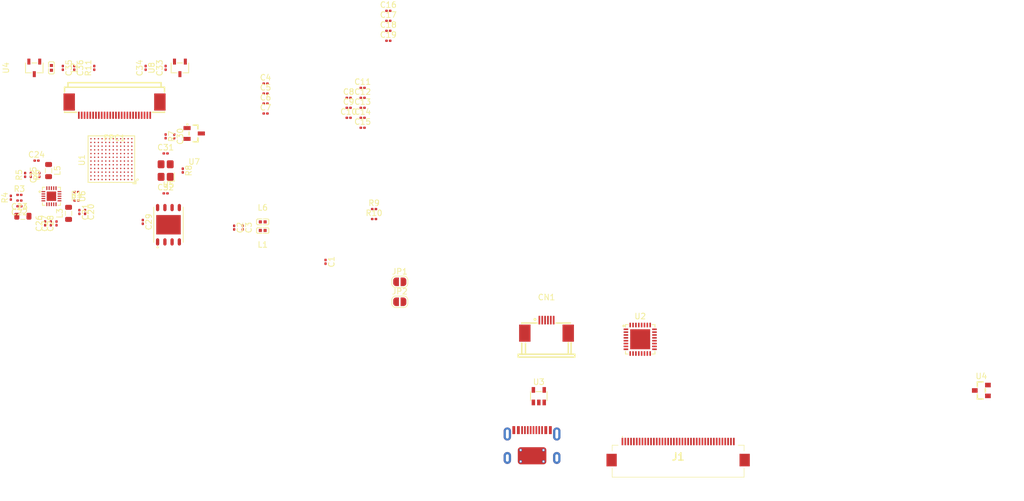
<source format=kicad_pcb>
(kicad_pcb (version 20241229) (generator "pcbnew") (generator_version "9.0")
  (layers (0 "F.Cu" signal) (2 "B.Cu" signal) (13 "F.Paste" user) (15 "B.Paste" user) (5 "F.SilkS" user "F.Silkscreen") (7 "B.SilkS" user "B.Silkscreen") (1 "F.Mask" user) (3 "B.Mask" user) (25 "Edge.Cuts" user))
  (net 0 "")
  (net 1 "/1V8")
  (net 2 "/0V9")
  (net 3 "/RST")
  (net 4 "Net-(C31-Pad1)")
  (net 5 "/XIN")
  (net 6 "/CMOS-DVDD")
  (net 7 "/CMOS-AVDD")
  (net 8 "/DVP_HSYNC")
  (net 9 "/DVP_D1")
  (net 10 "/AFGND")
  (net 11 "/DVP_SCL")
  (net 12 "/DVP_D4")
  (net 13 "/DVP_SDA")
  (net 14 "/DVP_D2")
  (net 15 "/DVP_RST")
  (net 16 "/AFVCC")
  (net 17 "/DVP_D5")
  (net 18 "/DVP_D7")
  (net 19 "/DVP_D6")
  (net 20 "/DVP_XCLK")
  (net 21 "/DVP_PCLK")
  (net 22 "/DVP_D0")
  (net 23 "/DVP_VSYNC")
  (net 24 "/DVP_D3")
  (net 26 "/DVP_PWDN")
  (net 27 "/Vb")
  (net 28 "Net-(U4-VIN)")
  (net 29 "/IO_21")
  (net 30 "/IO_33")
  (net 31 "/IO_24")
  (net 32 "/IO_29")
  (net 33 "/SPI0_D7")
  (net 34 "/IO_14")
  (net 35 "/LCD_CS")
  (net 36 "/IO_9")
  (net 37 "/JTAG_TDO")
  (net 38 "/SPI0_D5")
  (net 39 "/IO_7")
  (net 40 "/IO_11")
  (net 41 "/IO_26")
  (net 42 "/IO_34")
  (net 43 "/SPI0_D4")
  (net 44 "/SPI0_D0")
  (net 45 "/IO_10")
  (net 46 "/IO_6")
  (net 47 "/F_D2")
  (net 48 "/SPI0_D2")
  (net 49 "/XOUT")
  (net 50 "/26M_OUT")
  (net 51 "/IO_18")
  (net 52 "/JTAG_TCK")
  (net 53 "/UARTHS_RX")
  (net 54 "/JTAG_TMS")
  (net 55 "/IO_31")
  (net 56 "/IO_28")
  (net 57 "/LCD_RST")
  (net 58 "/IO_25")
  (net 59 "/IO_23")
  (net 60 "/IO_30")
  (net 61 "/JTAG_TDI")
  (net 62 "/IO_8")
  (net 63 "/IO_17")
  (net 64 "/F_D3")
  (net 65 "/IO_19")
  (net 66 "/IO_20")
  (net 67 "/UARTHS_TX")
  (net 68 "/F_D1")
  (net 69 "/F_CLK")
  (net 70 "/SPI0_D3")
  (net 71 "/IO_12")
  (net 72 "/IO_22")
  (net 73 "/IO_32")
  (net 74 "/LCD_DC")
  (net 75 "/BOOT")
  (net 76 "/IO_27")
  (net 77 "/SPI0_D8")
  (net 78 "/SPI0_D1")
  (net 79 "/LCD_WR")
  (net 80 "/IO_15")
  (net 81 "/IO_13")
  (net 82 "/F_D0")
  (net 83 "/F_CS")
  (net 84 "/IO_35")
  (net 184 "Net-(J2-GND-PadA12B1)")
  (net 186 "Net-(J2-VBUS-PadA9B4)")
  (net 189 "GND")
  (net 190 "Net-(C2-Pad1)")
  (net 191 "Net-(C2-Pad2)")
  (net 192 "/0v9")
  (net 193 "/<NO NET>")
  (net 194 "/5v")
  (net 195 "/Vadj")
  (net 196 "Net-(U6-SW3)")
  (net 197 "Net-(U6-SW1)")
  (net 198 "Net-(U6-FB2)")
  (net 199 "Net-(U6-SW2)")
  (net 200 "Net-(U6-FB3)")
  (footprint "Capacitor_SMD:C_0201_0603Metric" (layer "F.Cu") (at 86.5 34 90)
    (property "Reference" "C34" (at 0 -1.05 90) (layer "F.SilkS"))
    (property "Value" "100nF")
    (pad "1" smd roundrect (at -0.32 0 90) (size 0.46 0.4) (layers "F.Cu" "F.Mask") (net 189 "GND"))
    (pad "2" smd roundrect (at 0.32 0 90) (size 0.46 0.4) (layers "F.Cu" "F.Mask") (net 6 "/CMOS-DVDD"))
  )
  (footprint "Resistor_SMD:R_0201_0603Metric" (layer "F.Cu") (at 126.5 58.75)
    (property "Reference" "R9" (at 0 -1.05 0) (layer "F.SilkS"))
    (property "Value" "2K")
    (pad "1" smd roundrect (at -0.32 0) (size 0.46 0.4) (layers "F.Cu" "F.Mask") (net 13 "/DVP_SDA"))
    (pad "2" smd roundrect (at 0.32 0) (size 0.46 0.4) (layers "F.Cu" "F.Mask") (net 1 "/1V8"))
  )
  (footprint "Capacitor_SMD:C_0201_0603Metric" (layer "F.Cu") (at 124.5 42.75)
    (property "Reference" "C14" (at 0 -1.05 0) (layer "F.SilkS"))
    (property "Value" "10uF")
    (pad "1" smd roundrect (at -0.32 0) (size 0.46 0.4) (layers "F.Cu" "F.Mask") (net 189 "GND"))
    (pad "2" smd roundrect (at 0.32 0) (size 0.46 0.4) (layers "F.Cu" "F.Mask") (net 2 "/0V9"))
  )
  (footprint "easyeda2kicad:WSON-8_L6.0-W5.0-P1.27-BL-EP" (layer "F.Cu") (at 90.5 61.5)
    (property "Reference" "U5" (at 0 -7.01 0) (layer "F.SilkS"))
    (property "Value" "GD25LQ128EWIGR")
    (pad "1" smd oval (at -1.91 3.01) (size 0.58 1.28) (layers "F.Cu" "F.Mask" "F.Paste") (net 83 "/F_CS"))
    (pad "2" smd oval (at -0.63 3.01) (size 0.58 1.28) (layers "F.Cu" "F.Mask" "F.Paste") (net 68 "/F_D1"))
    (pad "3" smd oval (at 0.63 3.01) (size 0.58 1.28) (layers "F.Cu" "F.Mask" "F.Paste") (net 47 "/F_D2"))
    (pad "4" smd oval (at 1.9 3.01) (size 0.58 1.28) (layers "F.Cu" "F.Mask" "F.Paste") (net 189 "GND"))
    (pad "5" smd oval (at 1.9 -3.01) (size 0.58 1.28) (layers "F.Cu" "F.Mask" "F.Paste") (net 82 "/F_D0"))
    (pad "6" smd oval (at 0.63 -3.01) (size 0.58 1.28) (layers "F.Cu" "F.Mask" "F.Paste") (net 69 "/F_CLK"))
    (pad "7" smd oval (at -0.63 -3.01) (size 0.58 1.28) (layers "F.Cu" "F.Mask" "F.Paste") (net 64 "/F_D3"))
    (pad "8" smd oval (at -1.91 -3.01) (size 0.58 1.28) (layers "F.Cu" "F.Mask" "F.Paste") (net 1 "/1V8"))
    (pad "9" smd rect (at 0 0) (size 4.3 3.4) (layers "F.Cu" "F.Mask" "F.Paste") (net 189 "GND"))
  )
  (footprint "Capacitor_SMD:C_0201_0603Metric" (layer "F.Cu") (at 72 34 -90)
    (property "Reference" "C35" (at 0 -1.05 90) (layer "F.SilkS"))
    (property "Value" "22uF")
    (pad "1" smd roundrect (at -0.32 0 270) (size 0.46 0.4) (layers "F.Cu" "F.Mask") (net 189 "GND"))
    (pad "2" smd roundrect (at 0.32 0 270) (size 0.46 0.4) (layers "F.Cu" "F.Mask") (net 7 "/CMOS-AVDD"))
  )
  (footprint "Resistor_SMD:R_0201_0603Metric" (layer "F.Cu") (at 93 52 -90)
    (property "Reference" "R8" (at 0 -1.05 90) (layer "F.SilkS"))
    (property "Value" "1M")
    (pad "1" smd roundrect (at -0.32 0 270) (size 0.46 0.4) (layers "F.Cu" "F.Mask") (net 4 "Net-(C31-Pad1)"))
    (pad "2" smd roundrect (at 0.32 0 270) (size 0.46 0.4) (layers "F.Cu" "F.Mask") (net 5 "/XIN"))
  )
  (footprint "Resistor_SMD:R_0201_0603Metric" (layer "F.Cu") (at 66.391342 52.76104 -90)
    (property "Reference" "R6" (at 0 -1.05 90) (layer "F.SilkS"))
    (property "Value" "300k 1%")
    (pad "1" smd roundrect (at -0.32 0 270) (size 0.46 0.4) (layers "F.Cu" "F.Mask") (net 2 "/0V9"))
    (pad "2" smd roundrect (at 0.32 0 270) (size 0.46 0.4) (layers "F.Cu" "F.Mask") (net 200 "Net-(U6-FB3)"))
  )
  (footprint "Capacitor_SMD:C_0201_0603Metric" (layer "F.Cu") (at 122.05 39.25)
    (property "Reference" "C8" (at 0 -1.05 0) (layer "F.SilkS"))
    (property "Value" "10uF")
    (pad "1" smd roundrect (at -0.32 0) (size 0.46 0.4) (layers "F.Cu" "F.Mask") (net 189 "GND"))
    (pad "2" smd roundrect (at 0.32 0) (size 0.46 0.4) (layers "F.Cu" "F.Mask") (net 2 "/0V9"))
  )
  (footprint "easyeda2kicad:L0402" (layer "F.Cu") (at 107 61 180)
    (property "Reference" "L1" (at 0 -4 0) (layer "F.SilkS"))
    (property "Value" "CBW100505U601T")
    (pad "1" smd rect (at -0.42 0 180) (size 0.54 0.54) (layers "F.Cu" "F.Mask" "F.Paste") (net 190 "Net-(C2-Pad1)"))
    (pad "2" smd rect (at 0.42 0 180) (size 0.54 0.54) (layers "F.Cu" "F.Mask" "F.Paste") (net 189 "GND"))
  )
  (footprint "Capacitor_SMD:C_0201_0603Metric" (layer "F.Cu") (at 102 62 -90)
    (property "Reference" "C2" (at 0 -1.05 90) (layer "F.SilkS"))
    (property "Value" "100nF")
    (pad "1" smd roundrect (at -0.32 0 270) (size 0.46 0.4) (layers "F.Cu" "F.Mask") (net 190 "Net-(C2-Pad1)"))
    (pad "2" smd roundrect (at 0.32 0 270) (size 0.46 0.4) (layers "F.Cu" "F.Mask") (net 191 "Net-(C2-Pad2)"))
  )
  (footprint "Capacitor_SMD:C_0201_0603Metric" (layer "F.Cu") (at 86 61 -90)
    (property "Reference" "C29" (at 0 -1.05 90) (layer "F.SilkS"))
    (property "Value" "100nF")
    (pad "1" smd roundrect (at -0.32 0 270) (size 0.46 0.4) (layers "F.Cu" "F.Mask") (net 1 "/1V8"))
    (pad "2" smd roundrect (at 0.32 0 270) (size 0.46 0.4) (layers "F.Cu" "F.Mask") (net 189 "GND"))
  )
  (footprint "easyeda2kicad:QFN-20_L3.0-W3.0-P0.40-BL-EP1.7" (layer "F.Cu") (at 70 56.5 -90)
    (property "Reference" "U6" (at 0 -5.41 90) (layer "F.SilkS"))
    (property "Value" "TMI7003C")
    (pad "1" smd rect (at -0.8 1.41 270) (size 0.2 0.66) (layers "F.Cu" "F.Mask" "F.Paste") (net 189 "GND"))
    (pad "2" smd rect (at -0.4 1.41 270) (size 0.2 0.66) (layers "F.Cu" "F.Mask" "F.Paste") (net 200 "Net-(U6-FB3)"))
    (pad "3" smd rect (at 0 1.41 270) (size 0.2 0.66) (layers "F.Cu" "F.Mask" "F.Paste") (net 198 "Net-(U6-FB2)"))
    (pad "4" smd rect (at 0.4 1.41 270) (size 0.2 0.66) (layers "F.Cu" "F.Mask" "F.Paste") (net 189 "GND"))
    (pad "5" smd rect (at 0.8 1.41 270) (size 0.2 0.66) (layers "F.Cu" "F.Mask" "F.Paste") (net 189 "GND"))
    (pad "6" smd rect (at 1.41 0.8 270) (size 0.66 0.2) (layers "F.Cu" "F.Mask" "F.Paste") (net 199 "Net-(U6-SW2)"))
    (pad "7" smd rect (at 1.41 0.4 270) (size 0.66 0.2) (layers "F.Cu" "F.Mask" "F.Paste") (net 194 "/5v"))
    (pad "8" smd rect (at 1.41 0 270) (size 0.66 0.2) (layers "F.Cu" "F.Mask" "F.Paste") (net 194 "/5v"))
    (pad "9" smd rect (at 1.41 -0.4 270) (size 0.66 0.2) (layers "F.Cu" "F.Mask" "F.Paste") (net 194 "/5v"))
    (pad "10" smd rect (at 1.41 -0.8 270) (size 0.66 0.2) (layers "F.Cu" "F.Mask" "F.Paste") (net 194 "/5v"))
    (pad "11" smd rect (at 0.8 -1.41 270) (size 0.2 0.66) (layers "F.Cu" "F.Mask" "F.Paste") (net 197 "Net-(U6-SW1)"))
    (pad "12" smd rect (at 0.4 -1.41 270) (size 0.2 0.66) (layers "F.Cu" "F.Mask" "F.Paste") (net 189 "GND"))
    (pad "13" smd rect (at 0 -1.41 270) (size 0.2 0.66) (layers "F.Cu" "F.Mask" "F.Paste") (net 189 "GND"))
    (pad "14" smd rect (at -0.4 -1.41 270) (size 0.2 0.66) (layers "F.Cu" "F.Mask" "F.Paste") (net 195 "/Vadj"))
    (pad "15" smd rect (at -0.8 -1.41 270) (size 0.2 0.66) (layers "F.Cu" "F.Mask" "F.Paste") (net 189 "GND"))
    (pad "16" smd rect (at -1.41 -0.8 270) (size 0.66 0.2) (layers "F.Cu" "F.Mask" "F.Paste") (net 194 "/5v"))
    (pad "17" smd rect (at -1.41 -0.4 270) (size 0.66 0.2) (layers "F.Cu" "F.Mask" "F.Paste") (net 189 "GND"))
    (pad "18" smd rect (at -1.41 0 270) (size 0.66 0.2) (layers "F.Cu" "F.Mask" "F.Paste") (net 194 "/5v"))
    (pad "19" smd rect (at -1.41 0.4 270) (size 0.66 0.2) (layers "F.Cu" "F.Mask" "F.Paste") (net 194 "/5v"))
    (pad "20" smd rect (at -1.41 0.8 270) (size 0.66 0.2) (layers "F.Cu" "F.Mask" "F.Paste") (net 196 "Net-(U6-SW3)"))
    (pad "21" smd rect (at 0 0 270) (size 1.65 1.65) (layers "F.Cu" "F.Mask" "F.Paste") (net 189 "GND"))
  )
  (footprint "Capacitor_SMD:C_0201_0603Metric" (layer "F.Cu") (at 129 25.75)
    (property "Reference" "C17" (at 0 -1.05 0) (layer "F.SilkS"))
    (property "Value" "10uF")
    (pad "1" smd roundrect (at -0.32 0) (size 0.46 0.4) (layers "F.Cu" "F.Mask") (net 189 "GND"))
    (pad "2" smd roundrect (at 0.32 0) (size 0.46 0.4) (layers "F.Cu" "F.Mask") (net 1 "/1V8"))
  )
  (footprint "easyeda2kicad:SOT-23-3_L2.9-W1.5-P1.90-LS2.6-BR" (layer "F.Cu") (at 95 45.5 180)
    (property "Reference" "U7" (at 0 -4.95 0) (layer "F.SilkS"))
    (property "Value" "SGM803-TXN3/TR_C5152602")
    (pad "1" smd rect (at 1.25 0.95 90) (size 0.7 1.25) (layers "F.Cu" "F.Mask" "F.Paste") (net 189 "GND"))
    (pad "2" smd rect (at 1.25 -0.95 90) (size 0.7 1.25) (layers "F.Cu" "F.Mask" "F.Paste") (net 3 "/RST"))
    (pad "3" smd rect (at -1.25 0 90) (size 0.7 1.25) (layers "F.Cu" "F.Mask" "F.Paste") (net 193 "/<NO NET>"))
  )
  (footprint "Capacitor_SMD:C_0201_0603Metric" (layer "F.Cu") (at 64.391342 58.26104 180)
    (property "Reference" "C22" (at 0 -1.05 0) (layer "F.SilkS"))
    (property "Value" "22uF")
    (pad "1" smd roundrect (at -0.32 0 180) (size 0.46 0.4) (layers "F.Cu" "F.Mask") (net 189 "GND"))
    (pad "2" smd roundrect (at 0.32 0 180) (size 0.46 0.4) (layers "F.Cu" "F.Mask") (net 2 "/0V9"))
  )
  (footprint "Capacitor_SMD:C_0201_0603Metric" (layer "F.Cu") (at 122.05 41)
    (property "Reference" "C9" (at 0 -1.05 0) (layer "F.SilkS"))
    (property "Value" "10uF")
    (pad "1" smd roundrect (at -0.32 0) (size 0.46 0.4) (layers "F.Cu" "F.Mask") (net 189 "GND"))
    (pad "2" smd roundrect (at 0.32 0) (size 0.46 0.4) (layers "F.Cu" "F.Mask") (net 2 "/0V9"))
  )
  (footprint "Capacitor_SMD:C_0201_0603Metric" (layer "F.Cu") (at 74 34 -90)
    (property "Reference" "C36" (at 0 -1.05 90) (layer "F.SilkS"))
    (property "Value" "10uF")
    (pad "1" smd roundrect (at -0.32 0 270) (size 0.46 0.4) (layers "F.Cu" "F.Mask") (net 189 "GND"))
    (pad "2" smd roundrect (at 0.32 0 270) (size 0.46 0.4) (layers "F.Cu" "F.Mask") (net 7 "/CMOS-AVDD"))
  )
  (footprint "Capacitor_SMD:C_0201_0603Metric" (layer "F.Cu") (at 74.891342 59.26104 -90)
    (property "Reference" "C21" (at 0 -1.05 90) (layer "F.SilkS"))
    (property "Value" "22uF")
    (pad "1" smd roundrect (at -0.32 0 270) (size 0.46 0.4) (layers "F.Cu" "F.Mask") (net 189 "GND"))
    (pad "2" smd roundrect (at 0.32 0 270) (size 0.46 0.4) (layers "F.Cu" "F.Mask") (net 2 "/0V9"))
  )
  (footprint "Capacitor_SMD:C_0201_0603Metric" (layer "F.Cu") (at 68.891342 61.26104 90)
    (property "Reference" "C26" (at 0 -1.05 90) (layer "F.SilkS"))
    (property "Value" "22uF")
    (pad "1" smd roundrect (at -0.32 0 90) (size 0.46 0.4) (layers "F.Cu" "F.Mask") (net 189 "GND"))
    (pad "2" smd roundrect (at 0.32 0 90) (size 0.46 0.4) (layers "F.Cu" "F.Mask") (net 194 "/5v"))
  )
  (footprint "easyeda2kicad:L0402" (layer "F.Cu") (at 70 34 -90)
    (property "Reference" "L2" (at 0 -4 90) (layer "F.SilkS"))
    (property "Value" "CBW100505U601T")
    (pad "1" smd rect (at -0.42 0 270) (size 0.54 0.54) (layers "F.Cu" "F.Mask" "F.Paste") (net 28 "Net-(U4-VIN)"))
    (pad "2" smd rect (at 0.42 0 270) (size 0.54 0.54) (layers "F.Cu" "F.Mask" "F.Paste") (net 193 "/<NO NET>"))
  )
  (footprint "Capacitor_SMD:C_0201_0603Metric" (layer "F.Cu") (at 67.891342 52.76104 90)
    (property "Reference" "C25" (at 0 -1.05 90) (layer "F.SilkS"))
    (property "Value" "18pF")
    (pad "1" smd roundrect (at -0.32 0 90) (size 0.46 0.4) (layers "F.Cu" "F.Mask") (net 200 "Net-(U6-FB3)"))
    (pad "2" smd roundrect (at 0.32 0 90) (size 0.46 0.4) (layers "F.Cu" "F.Mask") (net 2 "/0V9"))
  )
  (footprint "Capacitor_SMD:C_0201_0603Metric" (layer "F.Cu") (at 124.5 39.25)
    (property "Reference" "C12" (at 0 -1.05 0) (layer "F.SilkS"))
    (property "Value" "10uF")
    (pad "1" smd roundrect (at -0.32 0) (size 0.46 0.4) (layers "F.Cu" "F.Mask") (net 189 "GND"))
    (pad "2" smd roundrect (at 0.32 0) (size 0.46 0.4) (layers "F.Cu" "F.Mask") (net 2 "/0V9"))
  )
  (footprint "Capacitor_SMD:C_0201_0603Metric" (layer "F.Cu") (at 107.5 40.25)
    (property "Reference" "C6" (at 0 -1.05 0) (layer "F.SilkS"))
    (property "Value" "100nF")
    (pad "1" smd roundrect (at -0.32 0) (size 0.46 0.4) (layers "F.Cu" "F.Mask") (net 189 "GND"))
    (pad "2" smd roundrect (at 0.32 0) (size 0.46 0.4) (layers "F.Cu" "F.Mask") (net 193 "/<NO NET>"))
  )
  (footprint "Capacitor_SMD:C_0201_0603Metric" (layer "F.Cu") (at 124.5 41)
    (property "Reference" "C13" (at 0 -1.05 0) (layer "F.SilkS"))
    (property "Value" "10uF")
    (pad "1" smd roundrect (at -0.32 0) (size 0.46 0.4) (layers "F.Cu" "F.Mask") (net 189 "GND"))
    (pad "2" smd roundrect (at 0.32 0) (size 0.46 0.4) (layers "F.Cu" "F.Mask") (net 2 "/0V9"))
  )
  (footprint "Resistor_SMD:R_0201_0603Metric" (layer "F.Cu") (at 74.391342 57.26104)
    (property "Reference" "R1" (at 0 -1.05 0) (layer "F.SilkS"))
    (property "Value" "300k 1%")
    (pad "1" smd roundrect (at -0.32 0) (size 0.46 0.4) (layers "F.Cu" "F.Mask") (net 195 "/Vadj"))
    (pad "2" smd roundrect (at 0.32 0) (size 0.46 0.4) (layers "F.Cu" "F.Mask") (net 189 "GND"))
  )
  (footprint "Capacitor_SMD:C_0201_0603Metric" (layer "F.Cu") (at 124.5 37.5)
    (property "Reference" "C11" (at 0 -1.05 0) (layer "F.SilkS"))
    (property "Value" "10uF")
    (pad "1" smd roundrect (at -0.32 0) (size 0.46 0.4) (layers "F.Cu" "F.Mask") (net 189 "GND"))
    (pad "2" smd roundrect (at 0.32 0) (size 0.46 0.4) (layers "F.Cu" "F.Mask") (net 2 "/0V9"))
  )
  (footprint "Capacitor_SMD:C_0201_0603Metric" (layer "F.Cu") (at 90 56)
    (property "Reference" "C32" (at 0 -1.05 0) (layer "F.SilkS"))
    (property "Value" "10pF")
    (pad "1" smd roundrect (at -0.32 0) (size 0.46 0.4) (layers "F.Cu" "F.Mask") (net 189 "GND"))
    (pad "2" smd roundrect (at 0.32 0) (size 0.46 0.4) (layers "F.Cu" "F.Mask") (net 5 "/XIN"))
  )
  (footprint "Resistor_SMD:R_0201_0603Metric" (layer "F.Cu") (at 90 46 -90)
    (property "Reference" "R7" (at 0 -1.05 90) (layer "F.SilkS"))
    (property "Value" "12K")
    (pad "1" smd roundrect (at -0.32 0 270) (size 0.46 0.4) (layers "F.Cu" "F.Mask") (net 1 "/1V8"))
    (pad "2" smd roundrect (at 0.32 0 270) (size 0.46 0.4) (layers "F.Cu" "F.Mask") (net 3 "/RST"))
  )
  (footprint "Capacitor_SMD:C_0201_0603Metric" (layer "F.Cu") (at 129 27.5)
    (property "Reference" "C18" (at 0 -1.05 0) (layer "F.SilkS"))
    (property "Value" "100nF")
    (pad "1" smd roundrect (at -0.32 0) (size 0.46 0.4) (layers "F.Cu" "F.Mask") (net 189 "GND"))
    (pad "2" smd roundrect (at 0.32 0) (size 0.46 0.4) (layers "F.Cu" "F.Mask") (net 1 "/1V8"))
  )
  (footprint "Capacitor_SMD:C_0201_0603Metric" (layer "F.Cu") (at 64.391342 57.26104 180)
    (property "Reference" "C23" (at 0 -1.05 0) (layer "F.SilkS"))
    (property "Value" "18pF")
    (pad "1" smd roundrect (at -0.32 0 180) (size 0.46 0.4) (layers "F.Cu" "F.Mask") (net 198 "Net-(U6-FB2)"))
    (pad "2" smd roundrect (at 0.32 0 180) (size 0.46 0.4) (layers "F.Cu" "F.Mask") (net 2 "/0V9"))
  )
  (footprint "Capacitor_SMD:C_0201_0603Metric" (layer "F.Cu") (at 122.05 42.75)
    (property "Reference" "C10" (at 0 -1.05 0) (layer "F.SilkS"))
    (property "Value" "10uF")
    (pad "1" smd roundrect (at -0.32 0) (size 0.46 0.4) (layers "F.Cu" "F.Mask") (net 189 "GND"))
    (pad "2" smd roundrect (at 0.32 0) (size 0.46 0.4) (layers "F.Cu" "F.Mask") (net 2 "/0V9"))
  )
  (footprint "Capacitor_SMD:C_0201_0603Metric" (layer "F.Cu") (at 90 49)
    (property "Reference" "C31" (at 0 -1.05 0) (layer "F.SilkS"))
    (property "Value" "10pF")
    (pad "1" smd roundrect (at -0.32 0) (size 0.46 0.4) (layers "F.Cu" "F.Mask") (net 4 "Net-(C31-Pad1)"))
    (pad "2" smd roundrect (at 0.32 0) (size 0.46 0.4) (layers "F.Cu" "F.Mask") (net 189 "GND"))
  )
  (footprint "Capacitor_SMD:C_0201_0603Metric" (layer "F.Cu") (at 107.5 38.5)
    (property "Reference" "C5" (at 0 -1.05 0) (layer "F.SilkS"))
    (property "Value" "100nF")
    (pad "1" smd roundrect (at -0.32 0) (size 0.46 0.4) (layers "F.Cu" "F.Mask") (net 189 "GND"))
    (pad "2" smd roundrect (at 0.32 0) (size 0.46 0.4) (layers "F.Cu" "F.Mask") (net 193 "/<NO NET>"))
  )
  (footprint "easyeda2kicad:FPC-SMD_05A20L26P" (layer "F.Cu") (at 81.05 41.145 180)
    (property "Reference" "FPC1" (at 0 -5.16 0) (layer "F.SilkS"))
    (property "Value" "05A20L26P")
    (pad "1" smd rect (at -6.25 -1.16 180) (size 0.3 1.25) (layers "F.Cu" "F.Mask" "F.Paste"))
    (pad "2" smd rect (at -5.75 -1.16 180) (size 0.3 1.25) (layers "F.Cu" "F.Mask" "F.Paste") (net 189 "GND"))
    (pad "3" smd rect (at -5.25 -1.16 180) (size 0.3 1.25) (layers "F.Cu" "F.Mask" "F.Paste") (net 13 "/DVP_SDA"))
    (pad "4" smd rect (at -4.75 -1.16 180) (size 0.3 1.25) (layers "F.Cu" "F.Mask" "F.Paste") (net 7 "/CMOS-AVDD"))
    (pad "5" smd rect (at -4.25 -1.16 180) (size 0.3 1.25) (layers "F.Cu" "F.Mask" "F.Paste") (net 11 "/DVP_SCL"))
    (pad "6" smd rect (at -3.75 -1.16 180) (size 0.3 1.25) (layers "F.Cu" "F.Mask" "F.Paste") (net 15 "/DVP_RST"))
    (pad "7" smd rect (at -3.25 -1.16 180) (size 0.3 1.25) (layers "F.Cu" "F.Mask" "F.Paste") (net 23 "/DVP_VSYNC"))
    (pad "8" smd rect (at -2.75 -1.16 180) (size 0.3 1.25) (layers "F.Cu" "F.Mask" "F.Paste") (net 26 "/DVP_PWDN"))
    (pad "9" smd rect (at -2.25 -1.16 180) (size 0.3 1.25) (layers "F.Cu" "F.Mask" "F.Paste") (net 8 "/DVP_HSYNC"))
    (pad "10" smd rect (at -1.75 -1.16 180) (size 0.3 1.25) (layers "F.Cu" "F.Mask" "F.Paste") (net 6 "/CMOS-DVDD"))
    (pad "11" smd rect (at -1.25 -1.16 180) (size 0.3 1.25) (layers "F.Cu" "F.Mask" "F.Paste") (net 1 "/1V8"))
    (pad "12" smd rect (at -0.75 -1.16 180) (size 0.3 1.25) (layers "F.Cu" "F.Mask" "F.Paste") (net 18 "/DVP_D7"))
    (pad "13" smd rect (at -0.25 -1.16 180) (size 0.3 1.25) (layers "F.Cu" "F.Mask" "F.Paste") (net 20 "/DVP_XCLK"))
    (pad "14" smd rect (at 0.25 -1.16 180) (size 0.3 1.25) (layers "F.Cu" "F.Mask" "F.Paste") (net 19 "/DVP_D6"))
    (pad "15" smd rect (at 0.75 -1.16 180) (size 0.3 1.25) (layers "F.Cu" "F.Mask" "F.Paste") (net 189 "GND"))
    (pad "16" smd rect (at 1.25 -1.16 180) (size 0.3 1.25) (layers "F.Cu" "F.Mask" "F.Paste") (net 17 "/DVP_D5"))
    (pad "17" smd rect (at 1.75 -1.16 180) (size 0.3 1.25) (layers "F.Cu" "F.Mask" "F.Paste") (net 21 "/DVP_PCLK"))
    (pad "18" smd rect (at 2.25 -1.16 180) (size 0.3 1.25) (layers "F.Cu" "F.Mask" "F.Paste") (net 12 "/DVP_D4"))
    (pad "19" smd rect (at 2.75 -1.16 180) (size 0.3 1.25) (layers "F.Cu" "F.Mask" "F.Paste") (net 22 "/DVP_D0"))
    (pad "20" smd rect (at 3.25 -1.16 180) (size 0.3 1.25) (layers "F.Cu" "F.Mask" "F.Paste") (net 24 "/DVP_D3"))
    (pad "21" smd rect (at 3.75 -1.16 180) (size 0.3 1.25) (layers "F.Cu" "F.Mask" "F.Paste") (net 9 "/DVP_D1"))
    (pad "22" smd rect (at 4.25 -1.16 180) (size 0.3 1.25) (layers "F.Cu" "F.Mask" "F.Paste") (net 14 "/DVP_D2"))
    (pad "23" smd rect (at 4.75 -1.16 180) (size 0.3 1.25) (layers "F.Cu" "F.Mask" "F.Paste") (net 16 "/AFVCC"))
    (pad "24" smd rect (at 5.25 -1.16 180) (size 0.3 1.25) (layers "F.Cu" "F.Mask" "F.Paste") (net 10 "/AFGND"))
    (pad "25" smd rect (at 5.75 -1.16 180) (size 0.3 1.25) (layers "F.Cu" "F.Mask" "F.Paste") (net 189 "GND"))
    (pad "26" smd rect (at 6.25 -1.16 180) (size 0.3 1.25) (layers "F.Cu" "F.Mask" "F.Paste") (net 189 "GND"))
    (pad "27" smd rect (at 7.94 1.16 180) (size 2 3) (layers "F.Cu" "F.Mask" "F.Paste") (net 189 "GND"))
    (pad "28" smd rect (at -7.94 1.16 180) (size 2 3) (layers "F.Cu" "F.Mask" "F.Paste") (net 189 "GND"))
  )
  (footprint "Capacitor_SMD:C_0201_0603Metric" (layer "F.Cu") (at 69.891342 61.26104 90)
    (property "Reference" "C27" (at 0 -1.05 90) (layer "F.SilkS"))
    (property "Value" "22uF")
    (pad "1" smd roundrect (at -0.32 0 90) (size 0.46 0.4) (layers "F.Cu" "F.Mask") (net 189 "GND"))
    (pad "2" smd roundrect (at 0.32 0 90) (size 0.46 0.4) (layers "F.Cu" "F.Mask") (net 194 "/5v"))
  )
  (footprint "Resistor_SMD:R_0201_0603Metric" (layer "F.Cu") (at 77.5 34 90)
    (property "Reference" "R11" (at 0 -1.05 90) (layer "F.SilkS"))
    (property "Value" "0R")
    (pad "1" smd roundrect (at -0.32 0 90) (size 0.46 0.4) (layers "F.Cu" "F.Mask") (net 189 "GND"))
    (pad "2" smd roundrect (at 0.32 0 90) (size 0.46 0.4) (layers "F.Cu" "F.Mask") (net 189 "GND"))
  )
  (footprint "Capacitor_SMD:C_0201_0603Metric" (layer "F.Cu") (at 107.5 36.75)
    (property "Reference" "C4" (at 0 -1.05 0) (layer "F.SilkS"))
    (property "Value" "100nF")
    (pad "1" smd roundrect (at -0.32 0) (size 0.46 0.4) (layers "F.Cu" "F.Mask") (net 189 "GND"))
    (pad "2" smd roundrect (at 0.32 0) (size 0.46 0.4) (layers "F.Cu" "F.Mask") (net 193 "/<NO NET>"))
  )
  (footprint "Capacitor_SMD:C_0201_0603Metric" (layer "F.Cu") (at 118 68 -90)
    (property "Reference" "C1" (at 0 -1.05 90) (layer "F.SilkS"))
    (property "Value" "1uF")
    (pad "1" smd roundrect (at -0.32 0 270) (size 0.46 0.4) (layers "F.Cu" "F.Mask") (net 1 "/1V8"))
    (pad "2" smd roundrect (at 0.32 0 270) (size 0.46 0.4) (layers "F.Cu" "F.Mask") (net 189 "GND"))
  )
  (footprint "Resistor_SMD:R_0201_0603Metric" (layer "F.Cu") (at 74.391342 55.76104 180)
    (property "Reference" "R2" (at 0 -1.05 0) (layer "F.SilkS"))
    (property "Value" "150k 1%")
    (pad "1" smd roundrect (at -0.32 0 180) (size 0.46 0.4) (layers "F.Cu" "F.Mask") (net 2 "/0V9"))
    (pad "2" smd roundrect (at 0.32 0 180) (size 0.46 0.4) (layers "F.Cu" "F.Mask") (net 195 "/Vadj"))
  )
  (footprint "Capacitor_SMD:C_0201_0603Metric" (layer "F.Cu") (at 75.891342 59.26104 -90)
    (property "Reference" "C20" (at 0 -1.05 90) (layer "F.SilkS"))
    (property "Value" "18pF")
    (pad "1" smd roundrect (at -0.32 0 270) (size 0.46 0.4) (layers "F.Cu" "F.Mask") (net 195 "/Vadj"))
    (pad "2" smd roundrect (at 0.32 0 270) (size 0.46 0.4) (layers "F.Cu" "F.Mask") (net 2 "/0V9"))
  )
  (footprint "easyeda2kicad:CONN-SMD_527450697" (layer "F.Cu") (at 156.7 79.36)
    (property "Reference" "CN1" (at 0 -5.14 0) (layer "F.SilkS"))
    (property "Value" "527450697")
    (pad "1" smd rect (at -1.25 -1.14 180) (size 0.3 1.5) (layers "F.Cu" "F.Mask" "F.Paste"))
    (pad "2" smd rect (at -0.75 -1.14 180) (size 0.3 1.5) (layers "F.Cu" "F.Mask" "F.Paste"))
    (pad "3" smd rect (at -0.25 -1.14 180) (size 0.3 1.5) (layers "F.Cu" "F.Mask" "F.Paste"))
    (pad "4" smd rect (at 0.25 -1.14 180) (size 0.3 1.5) (layers "F.Cu" "F.Mask" "F.Paste"))
    (pad "5" smd rect (at 0.75 -1.14 180) (size 0.3 1.5) (layers "F.Cu" "F.Mask" "F.Paste"))
    (pad "6" smd rect (at 1.25 -1.14 180) (size 0.3 1.5) (layers "F.Cu" "F.Mask" "F.Paste"))
    (pad "7" smd rect (at 3.8 1.14) (size 2 3) (layers "F.Cu" "F.Mask" "F.Paste"))
    (pad "8" smd rect (at -3.8 1.14 180) (size 2 3) (layers "F.Cu" "F.Mask" "F.Paste"))
  )
  (footprint "Capacitor_SMD:C_0201_0603Metric" (layer "F.Cu") (at 67.391342 50.26104)
    (property "Reference" "C24" (at 0 -1.05 0) (layer "F.SilkS"))
    (property "Value" "22uF")
    (pad "1" smd roundrect (at -0.32 0) (size 0.46 0.4) (layers "F.Cu" "F.Mask") (net 189 "GND"))
    (pad "2" smd roundrect (at 0.32 0) (size 0.46 0.4) (layers "F.Cu" "F.Mask") (net 2 "/0V9"))
  )
  (footprint "easyeda2kicad:L0402" (layer "F.Cu") (at 107 62.5)
    (property "Reference" "L6" (at 0 -4 0) (layer "F.SilkS"))
    (property "Value" "CBW100505U601T")
    (pad "1" smd rect (at -0.42 0) (size 0.54 0.54) (layers "F.Cu" "F.Mask" "F.Paste") (net 191 "Net-(C2-Pad2)"))
    (pad "2" smd rect (at 0.42 0) (size 0.54 0.54) (layers "F.Cu" "F.Mask" "F.Paste") (net 192 "/0v9"))
  )
  (footprint "easyeda2kicad:SOT-23-3_L3.0-W1.7-P0.95-LS2.9-BR" (layer "F.Cu") (at 92.5 34 90)
    (property "Reference" "U8" (at 0 -4.95 90) (layer "F.SilkS"))
    (property "Value" "XC6206P302MR_C347375")
    (pad "1" smd rect (at 1.1 0.95 90) (size 1.04 0.53) (layers "F.Cu" "F.Mask" "F.Paste") (net 189 "GND"))
    (pad "2" smd rect (at 1.1 -0.95 90) (size 1.04 0.53) (layers "F.Cu" "F.Mask" "F.Paste") (net 6 "/CMOS-DVDD"))
    (pad "3" smd rect (at -1.1 0 90) (size 1.04 0.53) (layers "F.Cu" "F.Mask" "F.Paste") (net 193 "/<NO NET>"))
  )
  (footprint "PCM_JLCPCB:CRYSTAL-SMD_4P-L3.2-W2.5-BL" (layer "F.Cu") (at 90 52 90)
    (property "Reference" "X1" (hide yes))
    (property "Value" "X322526MMB4SI")
    (pad "1" smd roundrect (at -1.1 0.8 90) (size 1.4 1.2) (layers "F.Cu" "F.Mask" "F.Paste") (roundrect_rratio 0.2083333333) (net 5 "/XIN"))
    (pad "2" smd roundrect (at 1.1 0.8 90) (size 1.4 1.2) (layers "F.Cu" "F.Mask" "F.Paste") (roundrect_rratio 0.2083333333) (net 189 "GND"))
    (pad "3" smd roundrect (at 1.1 -0.8 90) (size 1.4 1.2) (layers "F.Cu" "F.Mask" "F.Paste") (roundrect_rratio 0.2083333333) (net 4 "Net-(C31-Pad1)"))
    (pad "4" smd roundrect (at -1.1 -0.8 90) (size 1.4 1.2) (layers "F.Cu" "F.Mask" "F.Paste") (roundrect_rratio 0.2083333333) (net 189 "GND"))
  )
  (footprint "Capacitor_SMD:C_0201_0603Metric" (layer "F.Cu") (at 103.5 62 -90)
    (property "Reference" "C3" (at 0 -1.05 90) (layer "F.SilkS"))
    (property "Value" "10uF")
    (pad "1" smd roundrect (at -0.32 0 270) (size 0.46 0.4) (layers "F.Cu" "F.Mask") (net 190 "Net-(C2-Pad1)"))
    (pad "2" smd roundrect (at 0.32 0 270) (size 0.46 0.4) (layers "F.Cu" "F.Mask") (net 191 "Net-(C2-Pad2)"))
  )
  (footprint "Inductor_SMD:L_0805_2012Metric" (layer "F.Cu") (at 65 60)
    (property "Reference" "L4" (at 0 -1.55 0) (layer "F.SilkS"))
    (property "Value" "2.2uH")
    (pad "1" smd roundrect (at -1.0625 0) (size 0.875 1.2) (layers "F.Cu" "F.Mask" "F.Paste") (net 2 "/0V9"))
    (pad "2" smd roundrect (at 1.0625 0) (size 0.875 1.2) (layers "F.Cu" "F.Mask" "F.Paste") (net 199 "Net-(U6-SW2)"))
  )
  (footprint "Resistor_SMD:R_0201_0603Metric" (layer "F.Cu") (at 126.5 60.5)
    (property "Reference" "R10" (at 0 -1.05 0) (layer "F.SilkS"))
    (property "Value" "2K")
    (pad "1" smd roundrect (at -0.32 0) (size 0.46 0.4) (layers "F.Cu" "F.Mask") (net 11 "/DVP_SCL"))
    (pad "2" smd roundrect (at 0.32 0) (size 0.46 0.4) (layers "F.Cu" "F.Mask") (net 1 "/1V8"))
  )
  (footprint "Capacitor_SMD:C_0201_0603Metric" (layer "F.Cu") (at 91.5 46 -90)
    (property "Reference" "C30" (at 0 -1.05 90) (layer "F.SilkS"))
    (property "Value" "100nF")
    (pad "1" smd roundrect (at -0.32 0 270) (size 0.46 0.4) (layers "F.Cu" "F.Mask") (net 189 "GND"))
    (pad "2" smd roundrect (at 0.32 0 270) (size 0.46 0.4) (layers "F.Cu" "F.Mask") (net 3 "/RST"))
  )
  (footprint "easyeda2kicad:SOT-23-5_L2.9-W1.6-P0.95-LS2.9-BL" (layer "F.Cu") (at 155.35 91.55)
    (property "Reference" "U3" (at 0 -2.5 0) (layer "F.SilkS"))
    (property "Value" "MT9700-N")
    (pad "1" smd rect (at -0.95 1.1) (size 0.6 1) (layers "F.Cu" "F.Mask" "F.Paste"))
    (pad "2" smd rect (at 0 1.1) (size 0.6 1) (layers "F.Cu" "F.Mask" "F.Paste"))
    (pad "3" smd rect (at 0.95 1.1) (size 0.6 1) (layers "F.Cu" "F.Mask" "F.Paste"))
    (pad "4" smd rect (at 0.95 -1.1) (size 0.6 1) (layers "F.Cu" "F.Mask" "F.Paste"))
    (pad "5" smd rect (at -0.95 -1.1) (size 0.6 1) (layers "F.Cu" "F.Mask" "F.Paste"))
  )
  (footprint "Jumper:SolderJumper-2_P1.3mm_Open_RoundedPad1.0x1.5mm" (layer "F.Cu") (at 131 75)
    (property "Reference" "JP2" (at 0 -1.8 0) (layer "F.SilkS"))
    (property "Value" "SolderJumper_2_Open")
    (pad "1" smd custom (at -0.65 0) (size 1 0.5) (layers "F.Cu" "F.Mask") (net 193 "/<NO NET>") (options (clearance outline) (anchor rect)) (primitives (gr_circle (center 0 0.25) (end 0.5 0.25) (width 0) (fill yes)) (gr_circle (center 0 -0.25) (end 0.5 -0.25) (width 0) (fill yes)) (gr_poly (pts (xy 0.5 0.75) (xy 0 0.75) (xy 0 -0.75) (xy 0.5 -0.75)) (width 0) (fill yes))))
    (pad "2" smd custom (at 0.65 0) (size 1 0.5) (layers "F.Cu" "F.Mask") (net 27 "/Vb") (options (clearance outline) (anchor rect)) (primitives (gr_circle (center 0 0.25) (end 0.5 0.25) (width 0) (fill yes)) (gr_circle (center 0 -0.25) (end 0.5 -0.25) (width 0) (fill yes)) (gr_poly (pts (xy 0 0.75) (xy -0.5 0.75) (xy -0.5 -0.75) (xy 0 -0.75)) (width 0) (fill yes))))
  )
  (footprint "easyeda2kicad:BGA-144_L8.0-W8.0-R12-C12-P0.65-BL" (layer "F.Cu") (at 80.5 50 90)
    (property "Reference" "U1" (at -0.17 -5.17 90) (layer "F.SilkS"))
    (property "Value" "K210_C913414")
    (pad "A1" smd circle (at -3.58 3.58 90) (size 0.24 0.24) (layers "F.Cu" "F.Mask" "F.Paste") (net 57 "/LCD_RST"))
    (pad "A2" smd circle (at -3.58 2.93 90) (size 0.24 0.24) (layers "F.Cu" "F.Mask" "F.Paste") (net 35 "/LCD_CS"))
    (pad "A3" smd circle (at -3.58 2.28 90) (size 0.24 0.24) (layers "F.Cu" "F.Mask" "F.Paste") (net 84 "/IO_35"))
    (pad "A4" smd circle (at -3.58 1.63 90) (size 0.24 0.24) (layers "F.Cu" "F.Mask" "F.Paste") (net 30 "/IO_33"))
    (pad "A5" smd circle (at -3.58 0.98 90) (size 0.24 0.24) (layers "F.Cu" "F.Mask" "F.Paste") (net 55 "/IO_31"))
    (pad "A6" smd circle (at -3.58 0.33 90) (size 0.24 0.24) (layers "F.Cu" "F.Mask" "F.Paste") (net 32 "/IO_29"))
    (pad "A7" smd circle (at -3.58 -0.33 90) (size 0.24 0.24) (layers "F.Cu" "F.Mask" "F.Paste") (net 76 "/IO_27"))
    (pad "A8" smd circle (at -3.58 -0.98 90) (size 0.24 0.24) (layers "F.Cu" "F.Mask" "F.Paste") (net 58 "/IO_25"))
    (pad "A9" smd circle (at -3.58 -1.63 90) (size 0.24 0.24) (layers "F.Cu" "F.Mask" "F.Paste") (net 59 "/IO_23"))
    (pad "A10" smd circle (at -3.58 -2.28 90) (size 0.24 0.24) (layers "F.Cu" "F.Mask" "F.Paste") (net 29 "/IO_21"))
    (pad "A11" smd circle (at -3.58 -2.93 90) (size 0.24 0.24) (layers "F.Cu" "F.Mask" "F.Paste") (net 65 "/IO_19"))
    (pad "A12" smd circle (at -3.58 -3.58 90) (size 0.24 0.24) (layers "F.Cu" "F.Mask" "F.Paste") (net 63 "/IO_17"))
    (pad "B1" smd circle (at -2.93 3.58 90) (size 0.24 0.24) (layers "F.Cu" "F.Mask" "F.Paste") (net 79 "/LCD_WR"))
    (pad "B2" smd circle (at -2.93 2.93 90) (size 0.24 0.24) (layers "F.Cu" "F.Mask" "F.Paste") (net 74 "/LCD_DC"))
    (pad "B3" smd circle (at -2.93 2.28 90) (size 0.24 0.24) (layers "F.Cu" "F.Mask" "F.Paste") (net 42 "/IO_34"))
    (pad "B4" smd circle (at -2.93 1.63 90) (size 0.24 0.24) (layers "F.Cu" "F.Mask" "F.Paste") (net 73 "/IO_32"))
    (pad "B5" smd circle (at -2.93 0.98 90) (size 0.24 0.24) (layers "F.Cu" "F.Mask" "F.Paste") (net 60 "/IO_30"))
    (pad "B6" smd circle (at -2.93 0.33 90) (size 0.24 0.24) (layers "F.Cu" "F.Mask" "F.Paste") (net 56 "/IO_28"))
    (pad "B7" smd circle (at -2.93 -0.33 90) (size 0.24 0.24) (layers "F.Cu" "F.Mask" "F.Paste") (net 41 "/IO_26"))
    (pad "B8" smd circle (at -2.93 -0.98 90) (size 0.24 0.24) (layers "F.Cu" "F.Mask" "F.Paste") (net 31 "/IO_24"))
    (pad "B9" smd circle (at -2.93 -1.63 90) (size 0.24 0.24) (layers "F.Cu" "F.Mask" "F.Paste") (net 72 "/IO_22"))
    (pad "B10" smd circle (at -2.93 -2.28 90) (size 0.24 0.24) (layers "F.Cu" "F.Mask" "F.Paste") (net 66 "/IO_20"))
    (pad "B11" smd circle (at -2.93 -2.93 90) (size 0.24 0.24) (layers "F.Cu" "F.Mask" "F.Paste") (net 51 "/IO_18"))
    (pad "B12" smd circle (at -2.93 -3.58 90) (size 0.24 0.24) (layers "F.Cu" "F.Mask" "F.Paste") (net 75 "/BOOT"))
    (pad "C1" smd circle (at -2.28 3.58 90) (size 0.24 0.24) (layers "F.Cu" "F.Mask" "F.Paste") (net 11 "/DVP_SCL"))
    (pad "C2" smd circle (at -2.28 2.93 90) (size 0.24 0.24) (layers "F.Cu" "F.Mask" "F.Paste") (net 13 "/DVP_SDA"))
    (pad "C3" smd circle (at -2.28 2.28 90) (size 0.24 0.24) (layers "F.Cu" "F.Mask" "F.Paste") (net 189 "GND"))
    (pad "C4" smd circle (at -2.28 1.63 90) (size 0.24 0.24) (layers "F.Cu" "F.Mask" "F.Paste") (net 189 "GND"))
    (pad "C5" smd circle (at -2.28 0.98 90) (size 0.24 0.24) (layers "F.Cu" "F.Mask" "F.Paste") (net 193 "/<NO NET>"))
    (pad "C6" smd circle (at -2.28 0.33 90) (size 0.24 0.24) (layers "F.Cu" "F.Mask" "F.Paste") (net 189 "GND"))
    (pad "C7" smd circle (at -2.28 -0.33 90) (size 0.24 0.24) (layers "F.Cu" "F.Mask" "F.Paste") (net 193 "/<NO NET>"))
    (pad "C8" smd circle (at -2.28 -0.98 90) (size 0.24 0.24) (layers "F.Cu" "F.Mask" "F.Paste") (net 193 "/<NO NET>"))
    (pad "C9" smd circle (at -2.28 -1.63 90) (size 0.24 0.24) (layers "F.Cu" "F.Mask" "F.Paste") (net 189 "GND"))
    (pad "C10" smd circle (at -2.28 -2.28 90) (size 0.24 0.24) (layers "F.Cu" "F.Mask" "F.Paste") (net 189 "GND"))
    (pad "C11" smd circle (at -2.28 -2.93 90) (size 0.24 0.24) (layers "F.Cu" "F.Mask" "F.Paste") (net 34 "/IO_14"))
    (pad "C12" smd circle (at -2.28 -3.58 90) (size 0.24 0.24) (layers "F.Cu" "F.Mask" "F.Paste") (net 80 "/IO_15"))
    (pad "D1" smd circle (at -1.63 3.58 90) (size 0.24 0.24) (layers "F.Cu" "F.Mask" "F.Paste") (net 23 "/DVP_VSYNC"))
    (pad "D2" smd circle (at -1.63 2.93 90) (size 0.24 0.24) (layers "F.Cu" "F.Mask" "F.Paste") (net 15 "/DVP_RST"))
    (pad "D3" smd circle (at -1.63 2.28 90) (size 0.24 0.24) (layers "F.Cu" "F.Mask" "F.Paste") (net 27 "/Vb"))
    (pad "D4" smd circle (at -1.63 1.63 90) (size 0.24 0.24) (layers "F.Cu" "F.Mask" "F.Paste") (net 2 "/0V9"))
    (pad "D5" smd circle (at -1.63 0.98 90) (size 0.24 0.24) (layers "F.Cu" "F.Mask" "F.Paste") (net 189 "GND"))
    (pad "D6" smd circle (at -1.63 0.33 90) (size 0.24 0.24) (layers "F.Cu" "F.Mask" "F.Paste") (net 2 "/0V9"))
    (pad "D7" smd circle (at -1.63 -0.33 90) (size 0.24 0.24) (layers "F.Cu" "F.Mask" "F.Paste") (net 189 "GND"))
    (pad "D8" smd circle (at -1.63 -0.98 90) (size 0.24 0.24) (layers "F.Cu" "F.Mask" "F.Paste") (net 189 "GND"))
    (pad "D9" smd circle (at -1.63 -1.63 90) (size 0.24 0.24) (layers "F.Cu" "F.Mask" "F.Paste") (net 2 "/0V9"))
    (pad "D10" smd circle (at -1.63 -2.28 90) (size 0.24 0.24) (layers "F.Cu" "F.Mask" "F.Paste") (net 193 "/<NO NET>"))
    (pad "D11" smd circle (at -1.63 -2.93 90) (size 0.24 0.24) (layers "F.Cu" "F.Mask" "F.Paste") (net 71 "/IO_12"))
    (pad "D12" smd circle (at -1.63 -3.58 90) (size 0.24 0.24) (layers "F.Cu" "F.Mask" "F.Paste") (net 81 "/IO_13"))
    (pad "E1" smd circle (at -0.98 3.58 90) (size 0.24 0.24) (layers "F.Cu" "F.Mask" "F.Paste") (net 8 "/DVP_HSYNC"))
    (pad "E2" smd circle (at -0.98 2.93 90) (size 0.24 0.24) (layers "F.Cu" "F.Mask" "F.Paste") (net 26 "/DVP_PWDN"))
    (pad "E3" smd circle (at -0.98 2.28 90) (size 0.24 0.24) (layers "F.Cu" "F.Mask" "F.Paste") (net 189 "GND"))
    (pad "E4" smd circle (at -0.98 1.63 90) (size 0.24 0.24) (layers "F.Cu" "F.Mask" "F.Paste") (net 189 "GND"))
    (pad "E5" smd circle (at -0.98 0.98 90) (size 0.24 0.24) (layers "F.Cu" "F.Mask" "F.Paste") (net 189 "GND"))
    (pad "E6" smd circle (at -0.98 0.33 90) (size 0.24 0.24) (layers "F.Cu" "F.Mask" "F.Paste") (net 189 "GND"))
    (pad "E7" smd circle (at -0.98 -0.33 90) (size 0.24 0.24) (layers "F.Cu" "F.Mask" "F.Paste") (net 2 "/0V9"))
    (pad "E8" smd circle (at -0.98 -0.98 90) (size 0.24 0.24) (layers "F.Cu" "F.Mask" "F.Paste") (net 189 "GND"))
    (pad "E9" smd circle (at -0.98 -1.63 90) (size 0.24 0.24) (layers "F.Cu" "F.Mask" "F.Paste") (net 2 "/0V9"))
    (pad "E10" smd circle (at -0.98 -2.28 90) (size 0.24 0.24) (layers "F.Cu" "F.Mask" "F.Paste") (net 189 "GND"))
    (pad "E11" smd circle (at -0.98 -2.93 90) (size 0.24 0.24) (layers "F.Cu" "F.Mask" "F.Paste") (net 45 "/IO_10"))
    (pad "E12" smd circle (at -0.98 -3.58 90) (size 0.24 0.24) (layers "F.Cu" "F.Mask" "F.Paste") (net 40 "/IO_11"))
    (pad "F1" smd circle (at -0.33 3.58 90) (size 0.24 0.24) (layers "F.Cu" "F.Mask" "F.Paste") (net 21 "/DVP_PCLK"))
    (pad "F2" smd circle (at -0.33 2.93 90) (size 0.24 0.24) (layers "F.Cu" "F.Mask" "F.Paste") (net 20 "/DVP_XCLK"))
    (pad "F3" smd circle (at -0.33 2.28 90) (size 0.24 0.24) (layers "F.Cu" "F.Mask" "F.Paste") (net 27 "/Vb"))
    (pad "F4" smd circle (at -0.33 1.63 90) (size 0.24 0.24) (layers "F.Cu" "F.Mask" "F.Paste") (net 2 "/0V9"))
    (pad "F5" smd circle (at -0.33 0.98 90) (size 0.24 0.24) (layers "F.Cu" "F.Mask" "F.Paste") (net 189 "GND"))
    (pad "F6" smd circle (at -0.33 0.33 90) (size 0.24 0.24) (layers "F.Cu" "F.Mask" "F.Paste") (net 2 "/0V9"))
    (pad "F7" smd circle (at -0.33 -0.33 90) (size 0.24 0.24) (layers "F.Cu" "F.Mask" "F.Paste") (net 189 "GND"))
    (pad "F8" smd circle (at -0.33 -0.98 90) (size 0.24 0.24) (layers "F.Cu" "F.Mask" "F.Paste") (net 189 "GND"))
    (pad "F9" smd circle (at -0.33 -1.63 90) (size 0.24 0.24) (layers "F.Cu" "F.Mask" "F.Paste") (net 189 "GND"))
    (pad "F10" smd circle (at -0.33 -2.28 90) (size 0.24 0.24) (layers "F.Cu" "F.Mask" "F.Paste") (net 189 "GND"))
    (pad "F11" smd circle (at -0.33 -2.93 90) (size 0.24 0.24) (layers "F.Cu" "F.Mask" "F.Paste") (net 62 "/IO_8"))
    (pad "F12" smd circle (at -0.33 -3.58 90) (size 0.24 0.24) (layers "F.Cu" "F.Mask" "F.Paste") (net 36 "/IO_9"))
    (pad "G1" smd circle (at 0.33 3.58 90) (size 0.24 0.24) (layers "F.Cu" "F.Mask" "F.Paste") (net 68 "/F_D1"))
    (pad "G2" smd circle (at 0.33 2.93 90) (size 0.24 0.24) (layers "F.Cu" "F.Mask" "F.Paste") (net 83 "/F_CS"))
    (pad "G3" smd circle (at 0.33 2.28 90) (size 0.24 0.24) (layers "F.Cu" "F.Mask" "F.Paste") (net 189 "GND"))
    (pad "G4" smd circle (at 0.33 1.63 90) (size 0.24 0.24) (layers "F.Cu" "F.Mask" "F.Paste") (net 189 "GND"))
    (pad "G5" smd circle (at 0.33 0.98 90) (size 0.24 0.24) (layers "F.Cu" "F.Mask" "F.Paste") (net 189 "GND"))
    (pad "G6" smd circle (at 0.33 0.33 90) (size 0.24 0.24) (layers "F.Cu" "F.Mask" "F.Paste") (net 189 "GND"))
    (pad "G7" smd circle (at 0.33 -0.33 90) (size 0.24 0.24) (layers "F.Cu" "F.Mask" "F.Paste") (net 2 "/0V9"))
    (pad "G8" smd circle (at 0.33 -0.98 90) (size 0.24 0.24) (layers "F.Cu" "F.Mask" "F.Paste") (net 189 "GND"))
    (pad "G9" smd circle (at 0.33 -1.63 90) (size 0.24 0.24) (layers "F.Cu" "F.Mask" "F.Paste") (net 2 "/0V9"))
    (pad "G10" smd circle (at 0.33 -2.28 90) (size 0.24 0.24) (layers "F.Cu" "F.Mask" "F.Paste") (net 193 "/<NO NET>"))
    (pad "G11" smd circle (at 0.33 -2.93 90) (size 0.24 0.24) (layers "F.Cu" "F.Mask" "F.Paste") (net 46 "/IO_6"))
    (pad "G12" smd circle (at 0.33 -3.58 90) (size 0.24 0.24) (layers "F.Cu" "F.Mask" "F.Paste") (net 39 "/IO_7"))
    (pad "H1" smd circle (at 0.98 3.58 90) (size 0.24 0.24) (layers "F.Cu" "F.Mask" "F.Paste") (net 47 "/F_D2"))
    (pad "H2" smd circle (at 0.98 2.93 90) (size 0.24 0.24) (layers "F.Cu" "F.Mask" "F.Paste") (net 189 "GND"))
    (pad "H3" smd circle (at 0.98 2.28 90) (size 0.24 0.24) (layers "F.Cu" "F.Mask" "F.Paste") (net 1 "/1V8"))
    (pad "H4" smd circle (at 0.98 1.63 90) (size 0.24 0.24) (layers "F.Cu" "F.Mask" "F.Paste") (net 2 "/0V9"))
    (pad "H5" smd circle (at 0.98 0.98 90) (size 0.24 0.24) (layers "F.Cu" "F.Mask" "F.Paste") (net 189 "GND"))
    (pad "H6" smd circle (at 0.98 0.33 90) (size 0.24 0.24) (layers "F.Cu" "F.Mask" "F.Paste") (net 2 "/0V9"))
    (pad "H7" smd circle (at 0.98 -0.33 90) (size 0.24 0.24) (layers "F.Cu" "F.Mask" "F.Paste") (net 189 "GND"))
    (pad "H8" smd circle (at 0.98 -0.98 90) (size 0.24 0.24) (layers "F.Cu" "F.Mask" "F.Paste") (net 189 "GND"))
    (pad "H9" smd circle (at 0.98 -1.63 90) (size 0.24 0.24) (layers "F.Cu" "F.Mask" "F.Paste") (net 189 "GND"))
    (pad "H10" smd circle (at 0.98 -2.28 90) (size 0.24 0.24) (layers "F.Cu" "F.Mask" "F.Paste") (net 193 "/<NO NET>"))
    (pad "H11" smd circle (at 0.98 -2.93 90) (size 0.24 0.24) (layers "F.Cu" "F.Mask" "F.Paste") (net 53 "/UARTHS_RX"))
    (pad "H12" smd circle (at 0.98 -3.58 90) (size 0.24 0.24) (layers "F.Cu" "F.Mask" "F.Paste") (net 67 "/UARTHS_TX"))
    (pad "J1" smd circle (at 1.63 3.58 90) (size 0.24 0.24) (layers "F.Cu" "F.Mask" "F.Paste") (net 82 "/F_D0"))
    (pad "J2" smd circle (at 1.63 2.93 90) (size 0.24 0.24) (layers "F.Cu" "F.Mask" "F.Paste") (net 189 "GND"))
    (pad "J3" smd circle (at 1.63 2.28 90) (size 0.24 0.24) (layers "F.Cu" "F.Mask" "F.Paste") (net 1 "/1V8"))
    (pad "J4" smd circle (at 1.63 1.63 90) (size 0.24 0.24) (layers "F.Cu" "F.Mask" "F.Paste") (net 189 "GND"))
    (pad "J5" smd circle (at 1.63 0.98 90) (size 0.24 0.24) (layers "F.Cu" "F.Mask" "F.Paste") (net 2 "/0V9"))
    (pad "J6" smd circle (at 1.63 0.33 90) (size 0.24 0.24) (layers "F.Cu" "F.Mask" "F.Paste") (net 189 "GND"))
    (pad "J7" smd circle (at 1.63 -0.33 90) (size 0.24 0.24) (layers "F.Cu" "F.Mask" "F.Paste") (net 2 "/0V9"))
    (pad "J8" smd circle (at 1.63 -0.98 90) (size 0.24 0.24) (layers "F.Cu" "F.Mask" "F.Paste") (net 189 "GND"))
    (pad "J9" smd circle (at 1.63 -1.63 90) (size 0.24 0.24) (layers "F.Cu" "F.Mask" "F.Paste") (net 2 "/0V9"))
    (pad "J10" smd circle (at 1.63 -2.28 90) (size 0.24 0.24) (layers "F.Cu" "F.Mask" "F.Paste") (net 189 "GND"))
    (pad "J11" smd circle (at 1.63 -2.93 90) (size 0.24 0.24) (layers "F.Cu" "F.Mask" "F.Paste") (net 54 "/JTAG_TMS"))
    (pad "J12" smd circle (at 1.63 -3.58 90) (size 0.24 0.24) (layers "F.Cu" "F.Mask" "F.Paste") (net 37 "/JTAG_TDO"))
    (pad "K1" smd circle (at 2.28 3.58 90) (size 0.24 0.24) (layers "F.Cu" "F.Mask" "F.Paste") (net 69 "/F_CLK"))
    (pad "K2" smd circle (at 2.28 2.93 90) (size 0.24 0.24) (layers "F.Cu" "F.Mask" "F.Paste") (net 189 "GND"))
    (pad "K3" smd circle (at 2.28 2.28 90) (size 0.24 0.24) (layers "F.Cu" "F.Mask" "F.Paste") (net 189 "GND"))
    (pad "K4" smd circle (at 2.28 1.63 90) (size 0.24 0.24) (layers "F.Cu" "F.Mask" "F.Paste"))
    (pad "K5" smd circle (at 2.28 0.98 90) (size 0.24 0.24) (layers "F.Cu" "F.Mask" "F.Paste") (net 189 "GND"))
    (pad "K6" smd circle (at 2.28 0.33 90) (size 0.24 0.24) (layers "F.Cu" "F.Mask" "F.Paste") (net 1 "/1V8"))
    (pad "K7" smd circle (at 2.28 -0.33 90) (size 0.24 0.24) (layers "F.Cu" "F.Mask" "F.Paste") (net 189 "GND"))
    (pad "K8" smd circle (at 2.28 -0.98 90) (size 0.24 0.24) (layers "F.Cu" "F.Mask" "F.Paste") (net 1 "/1V8"))
    (pad "K9" smd circle (at 2.28 -1.63 90) (size 0.24 0.24) (layers "F.Cu" "F.Mask" "F.Paste") (net 189 "GND"))
    (pad "K10" smd circle (at 2.28 -2.28 90) (size 0.24 0.24) (layers "F.Cu" "F.Mask" "F.Paste") (net 189 "GND"))
    (pad "K11" smd circle (at 2.28 -2.93 90) (size 0.24 0.24) (layers "F.Cu" "F.Mask" "F.Paste") (net 52 "/JTAG_TCK"))
    (pad "K12" smd circle (at 2.28 -3.58 90) (size 0.24 0.24) (layers "F.Cu" "F.Mask" "F.Paste") (net 61 "/JTAG_TDI"))
    (pad "L1" smd circle (at 2.93 3.58 90) (size 0.24 0.24) (layers "F.Cu" "F.Mask" "F.Paste") (net 64 "/F_D3"))
    (pad "L2" smd circle (at 2.93 2.93 90) (size 0.24 0.24) (layers "F.Cu" "F.Mask" "F.Paste") (net 189 "GND"))
    (pad "L3" smd circle (at 2.93 2.28 90) (size 0.24 0.24) (layers "F.Cu" "F.Mask" "F.Paste") (net 50 "/26M_OUT"))
    (pad "L4" smd circle (at 2.93 1.63 90) (size 0.24 0.24) (layers "F.Cu" "F.Mask" "F.Paste"))
    (pad "L5" smd circle (at 2.93 0.98 90) (size 0.24 0.24) (layers "F.Cu" "F.Mask" "F.Paste") (net 77 "/SPI0_D8"))
    (pad "L6" smd circle (at 2.93 0.33 90) (size 0.24 0.24) (layers "F.Cu" "F.Mask" "F.Paste") (net 33 "/SPI0_D7"))
    (pad "L7" smd circle (at 2.93 -0.33 90) (size 0.24 0.24) (layers "F.Cu" "F.Mask" "F.Paste") (net 38 "/SPI0_D5"))
    (pad "L8" smd circle (at 2.93 -0.98 90) (size 0.24 0.24) (layers "F.Cu" "F.Mask" "F.Paste") (net 43 "/SPI0_D4"))
    (pad "L9" smd circle (at 2.93 -1.63 90) (size 0.24 0.24) (layers "F.Cu" "F.Mask" "F.Paste") (net 70 "/SPI0_D3"))
    (pad "L10" smd circle (at 2.93 -2.28 90) (size 0.24 0.24) (layers "F.Cu" "F.Mask" "F.Paste") (net 48 "/SPI0_D2"))
    (pad "L11" smd circle (at 2.93 -2.93 90) (size 0.24 0.24) (layers "F.Cu" "F.Mask" "F.Paste") (net 78 "/SPI0_D1"))
    (pad "L12" smd circle (at 2.93 -3.58 90) (size 0.24 0.24) (layers "F.Cu" "F.Mask" "F.Paste") (net 44 "/SPI0_D0"))
    (pad "M1" smd circle (at 3.58 3.58 90) (size 0.24 0.24) (layers "F.Cu" "F.Mask" "F.Paste") (net 3 "/RST"))
    (pad "M2" smd circle (at 3.58 2.93 90) (size 0.24 0.24) (layers "F.Cu" "F.Mask" "F.Paste") (net 50 "/26M_OUT"))
    (pad "M3" smd circle (at 3.58 2.28 90) (size 0.24 0.24) (layers "F.Cu" "F.Mask" "F.Paste") (net 49 "/XOUT"))
    (pad "M4" smd circle (at 3.58 1.63 90) (size 0.24 0.24) (layers "F.Cu" "F.Mask" "F.Paste") (net 5 "/XIN"))
    (pad "M5" smd circle (at 3.58 0.98 90) (size 0.24 0.24) (layers "F.Cu" "F.Mask" "F.Paste") (net 18 "/DVP_D7"))
    (pad "M6" smd circle (at 3.58 0.33 90) (size 0.24 0.24) (layers "F.Cu" "F.Mask" "F.Paste") (net 19 "/DVP_D6"))
    (pad "M7" smd circle (at 3.58 -0.33 90) (size 0.24 0.24) (layers "F.Cu" "F.Mask" "F.Paste") (net 17 "/DVP_D5"))
    (pad "M8" smd circle (at 3.58 -0.98 90) (size 0.24 0.24) (layers "F.Cu" "F.Mask" "F.Paste") (net 12 "/DVP_D4"))
    (pad "M9" smd circle (at 3.58 -1.63 90) (size 0.24 0.24) (layers "F.Cu" "F.Mask" "F.Paste") (net 24 "/DVP_D3"))
    (pad "M10" smd circle (at 3.58 -2.28 90) (size 0.24 0.24) (layers "F.Cu" "F.Mask" "F.Paste") (net 14 "/DVP_D2"))
    (pad "M11" smd circle (at 3.58 -2.93 90) (size 0.24 0.24) (layers "F.Cu" "F.Mask" "F.Paste") (net 9 "/DVP_D1"))
    (pad "M12" smd circle (at 3.58 -3.58 90) (size 0.24 0.24) (layers "F.Cu" "F.Mask" "F.Paste") (net 22 "/DVP_D0"))
  )
  (footprint "Capacitor_SMD:C_0201_0603Metric" (layer "F.Cu") (at 70.891342 61.26104 90)
    (property "Reference" "C28" (at 0 -1.05 90) (layer "F.SilkS"))
    (property "Value" "22uF")
    (pad "1" smd roundrect (at -0.32 0 90) (size 0.46 0.4) (layers "F.Cu" "F.Mask") (net 189 "GND"))
    (pad "2" smd roundrect (at 0.32 0 90) (size 0.46 0.4) (layers "F.Cu" "F.Mask") (net 194 "/5v"))
  )
  (footprint "PCM_JLCPCB:TYPE-C-SMD_HX-TYPE-C-16PIN" (layer "F.Cu") (at 154.17 100)
    (property "Reference" "J2" (hide yes))
    (property "Value" "Connector, USB-TYPE-C-16P")
    (pad "" np_thru_hole circle (at -2.89 -1.3) (size 0.6 0.6) (drill 0.6) (layers "*.Cu" "*.Mask"))
    (pad "" np_thru_hole circle (at 2.89 -1.3) (size 0.6 0.6) (drill 0.6) (layers "*.Cu" "*.Mask"))
    (pad "A5" smd rect (at -1.25 -2.5) (size 0.3 1.4) (layers "F.Cu" "F.Mask" "F.Paste"))
    (pad "A6" smd rect (at -0.25 -2.5) (size 0.3 1.4) (layers "F.Cu" "F.Mask" "F.Paste"))
    (pad "A7" smd rect (at 0.25 -2.5) (size 0.3 1.4) (layers "F.Cu" "F.Mask" "F.Paste"))
    (pad "A8" smd rect (at 1.25 -2.5) (size 0.3 1.4) (layers "F.Cu" "F.Mask" "F.Paste"))
    (pad "A9B4" smd rect (at 2.4 -2.5) (size 0.5 1.4) (layers "F.Cu" "F.Mask" "F.Paste") (net 186 "Net-(J2-VBUS-PadA9B4)"))
    (pad "A12B1" smd rect (at 3.2 -2.5) (size 0.5 1.4) (layers "F.Cu" "F.Mask" "F.Paste") (net 184 "Net-(J2-GND-PadA12B1)"))
    (pad "B5" smd rect (at 1.75 -2.5) (size 0.3 1.4) (layers "F.Cu" "F.Mask" "F.Paste"))
    (pad "B6" smd rect (at 0.75 -2.5) (size 0.3 1.4) (layers "F.Cu" "F.Mask" "F.Paste"))
    (pad "B7" smd rect (at -0.75 -2.5) (size 0.3 1.4) (layers "F.Cu" "F.Mask" "F.Paste"))
    (pad "B8" smd rect (at -1.75 -2.5) (size 0.3 1.4) (layers "F.Cu" "F.Mask" "F.Paste"))
    (pad "B9A4" smd rect (at -2.4 -2.5) (size 0.5 1.4) (layers "F.Cu" "F.Mask" "F.Paste") (net 186 "Net-(J2-VBUS-PadA9B4)"))
    (pad "B12A1" smd rect (at -3.2 -2.5) (size 0.5 1.4) (layers "F.Cu" "F.Mask" "F.Paste") (net 184 "Net-(J2-GND-PadA12B1)"))
    (pad "S1" thru_hole oval (at -4.33 -1.82) (size 1.3 2.3) (drill oval 0.5 1.6) (layers "*.Cu" "*.Mask"))
    (pad "S1" thru_hole oval (at -4.33 2.38) (size 1.3 2.1) (drill oval 0.5 1.3) (layers "*.Cu" "*.Mask"))
    (pad "S1" thru_hole circle (at -2 1) (size 0.5 0.5) (drill 0.3) (layers "*.Cu" "*.Mask"))
    (pad "S1" thru_hole circle (at -2 3) (size 0.5 0.5) (drill 0.3) (layers "*.Cu" "*.Mask"))
    (pad "S1" smd roundrect (at 0 2) (size 5 3) (layers "F.Cu" "F.Mask" "F.Paste") (roundrect_rratio 0.1666666667))
    (pad "S1" thru_hole circle (at 2 1) (size 0.5 0.5) (drill 0.3) (layers "*.Cu" "*.Mask"))
    (pad "S1" thru_hole circle (at 2 3) (size 0.5 0.5) (drill 0.3) (layers "*.Cu" "*.Mask"))
    (pad "S1" thru_hole oval (at 4.33 -1.82) (size 1.3 2.3) (drill oval 0.5 1.6) (layers "*.Cu" "*.Mask"))
    (pad "S1" thru_hole oval (at 4.33 2.38) (size 1.3 2.1) (drill oval 0.5 1.3) (layers "*.Cu" "*.Mask"))
  )
  (footprint "Resistor_SMD:R_0201_0603Metric" (layer "F.Cu") (at 62.891342 56.76104 90)
    (property "Reference" "R4" (at 0 -1.05 90) (layer "F.SilkS"))
    (property "Value" "680k 1%")
    (pad "1" smd roundrect (at -0.32 0 90) (size 0.46 0.4) (layers "F.Cu" "F.Mask") (net 2 "/0V9"))
    (pad "2" smd roundrect (at 0.32 0 90) (size 0.46 0.4) (layers "F.Cu" "F.Mask") (net 198 "Net-(U6-FB2)"))
  )
  (footprint "Resistor_SMD:R_0201_0603Metric" (layer "F.Cu") (at 64.391342 56.26104)
    (property "Reference" "R3" (at 0 -1.05 0) (layer "F.SilkS"))
    (property "Value" "150k 1%")
    (pad "1" smd roundrect (at -0.32 0) (size 0.46 0.4) (layers "F.Cu" "F.Mask") (net 198 "Net-(U6-FB2)"))
    (pad "2" smd roundrect (at 0.32 0) (size 0.46 0.4) (layers "F.Cu" "F.Mask") (net 189 "GND"))
  )
  (footprint "Capacitor_SMD:C_0201_0603Metric" (layer "F.Cu") (at 129 29.25)
    (property "Reference" "C19" (at 0 -1.05 0) (layer "F.SilkS"))
    (property "Value" "100nF")
    (pad "1" smd roundrect (at -0.32 0) (size 0.46 0.4) (layers "F.Cu" "F.Mask") (net 189 "GND"))
    (pad "2" smd roundrect (at 0.32 0) (size 0.46 0.4) (layers "F.Cu" "F.Mask") (net 1 "/1V8"))
  )
  (footprint "easyeda2kicad:SOT-23-3_L3.0-W1.7-P0.95-LS2.9-BR" (layer "F.Cu") (at 67 34 90)
    (property "Reference" "U4" (at 0 -4.95 90) (layer "F.SilkS"))
    (property "Value" "XC6206P182MR_C347373")
    (pad "1" smd rect (at 1.1 0.95 90) (size 1.04 0.53) (layers "F.Cu" "F.Mask" "F.Paste") (net 189 "GND"))
    (pad "2" smd rect (at 1.1 -0.95 90) (size 1.04 0.53) (layers "F.Cu" "F.Mask" "F.Paste") (net 7 "/CMOS-AVDD"))
    (pad "3" smd rect (at -1.1 0 90) (size 1.04 0.53) (layers "F.Cu" "F.Mask" "F.Paste") (net 28 "Net-(U4-VIN)"))
  )
  (footprint "easyeda2kicad:SOT-23_L2.9-W1.3-P1.90-LS2.4-BR" (layer "F.Cu") (at 232.85 90.55)
    (property "Reference" "U4" (at 0 -2.5 0) (layer "F.SilkS"))
    (property "Value" "SGM809-ZXN3L/TR")
    (pad "1" smd rect (at 1.15 0.95 180) (size 1 0.8) (layers "F.Cu" "F.Mask" "F.Paste"))
    (pad "2" smd rect (at 1.15 -0.95 180) (size 1 0.8) (layers "F.Cu" "F.Mask" "F.Paste"))
    (pad "3" smd rect (at -1.15 0 180) (size 1 0.8) (layers "F.Cu" "F.Mask" "F.Paste"))
  )
  (footprint "easyeda2kicad:QFN-32_L5.0-W5.0-P0.50-TL-EP3.5-1" (layer "F.Cu") (at 173.105 81.575)
    (property "Reference" "U2" (at 0 -4.025 0) (layer "F.SilkS"))
    (property "Value" "AXP173")
    (pad "1" smd rect (at -2.5 -1.75 270) (size 0.28 0.8) (layers "F.Cu" "F.Mask" "F.Paste"))
    (pad "2" smd rect (at -2.5 -1.25 270) (size 0.28 0.8) (layers "F.Cu" "F.Mask" "F.Paste"))
    (pad "3" smd rect (at -2.5 -0.75 270) (size 0.28 0.8) (layers "F.Cu" "F.Mask" "F.Paste"))
    (pad "4" smd rect (at -2.5 -0.25 270) (size 0.28 0.8) (layers "F.Cu" "F.Mask" "F.Paste"))
    (pad "5" smd rect (at -2.5 0.25 270) (size 0.28 0.8) (layers "F.Cu" "F.Mask" "F.Paste"))
    (pad "6" smd rect (at -2.5 0.75 270) (size 0.28 0.8) (layers "F.Cu" "F.Mask" "F.Paste"))
    (pad "7" smd rect (at -2.5 1.25 270) (size 0.28 0.8) (layers "F.Cu" "F.Mask" "F.Paste"))
    (pad "8" smd rect (at -2.5 1.75 270) (size 0.28 0.8) (layers "F.Cu" "F.Mask" "F.Paste"))
    (pad "9" smd rect (at -1.75 2.5 270) (size 0.8 0.28) (layers "F.Cu" "F.Mask" "F.Paste"))
    (pad "10" smd rect (at -1.25 2.5 270) (size 0.8 0.28) (layers "F.Cu" "F.Mask" "F.Paste"))
    (pad "11" smd rect (at -0.75 2.5 270) (size 0.8 0.28) (layers "F.Cu" "F.Mask" "F.Paste"))
    (pad "12" smd rect (at -0.25 2.5 270) (size 0.8 0.28) (layers "F.Cu" "F.Mask" "F.Paste"))
    (pad "13" smd rect (at 0.25 2.5 270) (size 0.8 0.28) (layers "F.Cu" "F.Mask" "F.Paste"))
    (pad "14" smd rect (at 0.75 2.5 270) (size 0.8 0.28) (layers "F.Cu" "F.Mask" "F.Paste"))
    (pad "15" smd rect (at 1.25 2.5 270) (size 0.8 0.28) (layers "F.Cu" "F.Mask" "F.Paste"))
    (pad "16" smd rect (at 1.75 2.5 270) (size 0.8 0.28) (layers "F.Cu" "F.Mask" "F.Paste"))
    (pad "17" smd rect (at 2.5 1.75 270) (size 0.28 0.8) (layers "F.Cu" "F.Mask" "F.Paste"))
    (pad "18" smd rect (at 2.5 1.25 270) (size 0.28 0.8) (layers "F.Cu" "F.Mask" "F.Paste"))
    (pad "19" smd rect (at 2.5 0.75 270) (size 0.28 0.8) (layers "F.Cu" "F.Mask" "F.Paste"))
    (pad "20" smd rect (at 2.5 0.25 270) (size 0.28 0.8) (layers "F.Cu" "F.Mask" "F.Paste"))
    (pad "21" smd rect (at 2.5 -0.25 270) (size 0.28 0.8) (layers "F.Cu" "F.Mask" "F.Paste"))
    (pad "22" smd rect (at 2.5 -0.75 270) (size 0.28 0.8) (layers "F.Cu" "F.Mask" "F.Paste"))
    (pad "23" smd rect (at 2.5 -1.25 270) (size 0.28 0.8) (layers "F.Cu" "F.Mask" "F.Paste"))
    (pad "24" smd rect (at 2.5 -1.75 270) (size 0.28 0.8) (layers "F.Cu" "F.Mask" "F.Paste"))
    (pad "25" smd rect (at 1.75 -2.5 270) (size 0.8 0.28) (layers "F.Cu" "F.Mask" "F.Paste"))
    (pad "26" smd rect (at 1.25 -2.5 270) (size 0.8 0.28) (layers "F.Cu" "F.Mask" "F.Paste"))
    (pad "27" smd rect (at 0.75 -2.5 270) (size 0.8 0.28) (layers "F.Cu" "F.Mask" "F.Paste"))
    (pad "28" smd rect (at 0.25 -2.5 270) (size 0.8 0.28) (layers "F.Cu" "F.Mask" "F.Paste"))
    (pad "29" smd rect (at -0.25 -2.5 270) (size 0.8 0.28) (layers "F.Cu" "F.Mask" "F.Paste"))
    (pad "30" smd rect (at -0.75 -2.5 270) (size 0.8 0.28) (layers "F.Cu" "F.Mask" "F.Paste"))
    (pad "31" smd rect (at -1.25 -2.5 270) (size 0.8 0.28) (layers "F.Cu" "F.Mask" "F.Paste"))
    (pad "32" smd rect (at -1.75 -2.5 270) (size 0.8 0.28) (layers "F.Cu" "F.Mask" "F.Paste"))
    (pad "33" smd rect (at 0 0 270) (size 3.5 3.5) (layers "F.Cu" "F.Mask" "F.Paste"))
  )
  (footprint "Jumper:SolderJumper-2_P1.3mm_Open_RoundedPad1.0x1.5mm" (layer "F.Cu") (at 131 71.5)
    (property "Reference" "JP1" (at 0 -1.8 0) (layer "F.SilkS"))
    (property "Value" "SolderJumper_2_Open")
    (pad "1" smd custom (at -0.65 0) (size 1 0.5) (layers "F.Cu" "F.Mask") (net 27 "/Vb") (options (clearance outline) (anchor rect)) (primitives (gr_circle (center 0 0.25) (end 0.5 0.25) (width 0) (fill yes)) (gr_circle (center 0 -0.25) (end 0.5 -0.25) (width 0) (fill yes)) (gr_poly (pts (xy 0.5 0.75) (xy 0 0.75) (xy 0 -0.75) (xy 0.5 -0.75)) (width 0) (fill yes))))
    (pad "2" smd custom (at 0.65 0) (size 1 0.5) (layers "F.Cu" "F.Mask") (net 1 "/1V8") (options (clearance outline) (anchor rect)) (primitives (gr_circle (center 0 0.25) (end 0.5 0.25) (width 0) (fill yes)) (gr_circle (center 0 -0.25) (end 0.5 -0.25) (width 0) (fill yes)) (gr_poly (pts (xy 0 0.75) (xy -0.5 0.75) (xy -0.5 -0.75) (xy 0 -0.75)) (width 0) (fill yes))))
  )
  (footprint "KiCad:FH1240S05SH55" (layer "F.Cu") (at 179.75 102.175)
    (property "Reference" "J1" (at 0 0 0) (layer "F.SilkS") (effects (font (size 1.27 1.27) (thickness 0.254))))
    (property "Value" "FH12-40S-0.5SH_55_" (hide yes))
    (pad "1" smd rect (at -9.75 -2.675) (size 0.3 1.3) (layers "F.Cu" "F.Mask" "F.Paste"))
    (pad "2" smd rect (at -9.25 -2.675) (size 0.3 1.3) (layers "F.Cu" "F.Mask" "F.Paste"))
    (pad "3" smd rect (at -8.75 -2.675) (size 0.3 1.3) (layers "F.Cu" "F.Mask" "F.Paste"))
    (pad "4" smd rect (at -8.25 -2.675) (size 0.3 1.3) (layers "F.Cu" "F.Mask" "F.Paste"))
    (pad "5" smd rect (at -7.75 -2.675) (size 0.3 1.3) (layers "F.Cu" "F.Mask" "F.Paste"))
    (pad "6" smd rect (at -7.25 -2.675) (size 0.3 1.3) (layers "F.Cu" "F.Mask" "F.Paste"))
    (pad "7" smd rect (at -6.75 -2.675) (size 0.3 1.3) (layers "F.Cu" "F.Mask" "F.Paste"))
    (pad "8" smd rect (at -6.25 -2.675) (size 0.3 1.3) (layers "F.Cu" "F.Mask" "F.Paste"))
    (pad "9" smd rect (at -5.75 -2.675) (size 0.3 1.3) (layers "F.Cu" "F.Mask" "F.Paste"))
    (pad "10" smd rect (at -5.25 -2.675) (size 0.3 1.3) (layers "F.Cu" "F.Mask" "F.Paste"))
    (pad "11" smd rect (at -4.75 -2.675) (size 0.3 1.3) (layers "F.Cu" "F.Mask" "F.Paste"))
    (pad "12" smd rect (at -4.25 -2.675) (size 0.3 1.3) (layers "F.Cu" "F.Mask" "F.Paste"))
    (pad "13" smd rect (at -3.75 -2.675) (size 0.3 1.3) (layers "F.Cu" "F.Mask" "F.Paste"))
    (pad "14" smd rect (at -3.25 -2.675) (size 0.3 1.3) (layers "F.Cu" "F.Mask" "F.Paste"))
    (pad "15" smd rect (at -2.75 -2.675) (size 0.3 1.3) (layers "F.Cu" "F.Mask" "F.Paste"))
    (pad "16" smd rect (at -2.25 -2.675) (size 0.3 1.3) (layers "F.Cu" "F.Mask" "F.Paste"))
    (pad "17" smd rect (at -1.75 -2.675) (size 0.3 1.3) (layers "F.Cu" "F.Mask" "F.Paste"))
    (pad "18" smd rect (at -1.25 -2.675) (size 0.3 1.3) (layers "F.Cu" "F.Mask" "F.Paste"))
    (pad "19" smd rect (at -0.75 -2.675) (size 0.3 1.3) (layers "F.Cu" "F.Mask" "F.Paste"))
    (pad "20" smd rect (at -0.25 -2.675) (size 0.3 1.3) (layers "F.Cu" "F.Mask" "F.Paste"))
    (pad "21" smd rect (at 0.25 -2.675) (size 0.3 1.3) (layers "F.Cu" "F.Mask" "F.Paste"))
    (pad "22" smd rect (at 0.75 -2.675) (size 0.3 1.3) (layers "F.Cu" "F.Mask" "F.Paste"))
    (pad "23" smd rect (at 1.25 -2.675) (size 0.3 1.3) (layers "F.Cu" "F.Mask" "F.Paste"))
    (pad "24" smd rect (at 1.75 -2.675) (size 0.3 1.3) (layers "F.Cu" "F.Mask" "F.Paste"))
    (pad "25" smd rect (at 2.25 -2.675) (size 0.3 1.3) (layers "F.Cu" "F.Mask" "F.Paste"))
    (pad "26" smd rect (at 2.75 -2.675) (size 0.3 1.3) (layers "F.Cu" "F.Mask" "F.Paste"))
    (pad "27" smd rect (at 3.25 -2.675) (size 0.3 1.3) (layers "F.Cu" "F.Mask" "F.Paste"))
    (pad "28" smd rect (at 3.75 -2.675) (size 0.3 1.3) (layers "F.Cu" "F.Mask" "F.Paste"))
    (pad "29" smd rect (at 4.25 -2.675) (size 0.3 1.3) (layers "F.Cu" "F.Mask" "F.Paste"))
    (pad "30" smd rect (at 4.75 -2.675) (size 0.3 1.3) (layers "F.Cu" "F.Mask" "F.Paste"))
    (pad "31" smd rect (at 5.25 -2.675) (size 0.3 1.3) (layers "F.Cu" "F.Mask" "F.Paste"))
    (pad "32" smd rect (at 5.75 -2.675) (size 0.3 1.3) (layers "F.Cu" "F.Mask" "F.Paste"))
    (pad "33" smd rect (at 6.25 -2.675) (size 0.3 1.3) (layers "F.Cu" "F.Mask" "F.Paste"))
    (pad "34" smd rect (at 6.75 -2.675) (size 0.3 1.3) (layers "F.Cu" "F.Mask" "F.Paste"))
    (pad "35" smd rect (at 7.25 -2.675) (size 0.3 1.3) (layers "F.Cu" "F.Mask" "F.Paste"))
    (pad "36" smd rect (at 7.75 -2.675) (size 0.3 1.3) (layers "F.Cu" "F.Mask" "F.Paste"))
    (pad "37" smd rect (at 8.25 -2.675) (size 0.3 1.3) (layers "F.Cu" "F.Mask" "F.Paste"))
    (pad "38" smd rect (at 8.75 -2.675) (size 0.3 1.3) (layers "F.Cu" "F.Mask" "F.Paste"))
    (pad "39" smd rect (at 9.25 -2.675) (size 0.3 1.3) (layers "F.Cu" "F.Mask" "F.Paste"))
    (pad "40" smd rect (at 9.75 -2.675) (size 0.3 1.3) (layers "F.Cu" "F.Mask" "F.Paste"))
    (pad "41" smd rect (at -11.65 0.575) (size 1.8 2.2) (layers "F.Cu" "F.Mask" "F.Paste"))
    (pad "42" smd rect (at 11.65 0.575) (size 1.8 2.2) (layers "F.Cu" "F.Mask" "F.Paste"))
  )
  (footprint "Capacitor_SMD:C_0201_0603Metric" (layer "F.Cu") (at 90 34 90)
    (property "Reference" "C33" (at 0 -1.05 90) (layer "F.SilkS"))
    (property "Value" "10uF")
    (pad "1" smd roundrect (at -0.32 0 90) (size 0.46 0.4) (layers "F.Cu" "F.Mask") (net 189 "GND"))
    (pad "2" smd roundrect (at 0.32 0 90) (size 0.46 0.4) (layers "F.Cu" "F.Mask") (net 6 "/CMOS-DVDD"))
  )
  (footprint "Capacitor_SMD:C_0201_0603Metric" (layer "F.Cu") (at 129 24)
    (property "Reference" "C16" (at 0 -1.05 0) (layer "F.SilkS"))
    (property "Value" "10uF")
    (pad "1" smd roundrect (at -0.32 0) (size 0.46 0.4) (layers "F.Cu" "F.Mask") (net 189 "GND"))
    (pad "2" smd roundrect (at 0.32 0) (size 0.46 0.4) (layers "F.Cu" "F.Mask") (net 1 "/1V8"))
  )
  (footprint "Resistor_SMD:R_0201_0603Metric" (layer "F.Cu") (at 65.391342 52.76104 90)
    (property "Reference" "R5" (at 0 -1.05 90) (layer "F.SilkS"))
    (property "Value" "150k 1%")
    (pad "1" smd roundrect (at -0.32 0 90) (size 0.46 0.4) (layers "F.Cu" "F.Mask") (net 200 "Net-(U6-FB3)"))
    (pad "2" smd roundrect (at 0.32 0 90) (size 0.46 0.4) (layers "F.Cu" "F.Mask") (net 189 "GND"))
  )
  (footprint "Inductor_SMD:L_0805_2012Metric" (layer "F.Cu") (at 73 59.5 90)
    (property "Reference" "L3" (at 0 -1.55 90) (layer "F.SilkS"))
    (property "Value" "2.2uH")
    (pad "1" smd roundrect (at -1.0625 0 90) (size 0.875 1.2) (layers "F.Cu" "F.Mask" "F.Paste") (net 2 "/0V9"))
    (pad "2" smd roundrect (at 1.0625 0 90) (size 0.875 1.2) (layers "F.Cu" "F.Mask" "F.Paste") (net 197 "Net-(U6-SW1)"))
  )
  (footprint "Inductor_SMD:L_0805_2012Metric" (layer "F.Cu") (at 69.5 52 -90)
    (property "Reference" "L5" (at 0 -1.55 90) (layer "F.SilkS"))
    (property "Value" "2.2uH")
    (pad "1" smd roundrect (at -1.0625 0 270) (size 0.875 1.2) (layers "F.Cu" "F.Mask" "F.Paste") (net 2 "/0V9"))
    (pad "2" smd roundrect (at 1.0625 0 270) (size 0.875 1.2) (layers "F.Cu" "F.Mask" "F.Paste") (net 196 "Net-(U6-SW3)"))
  )
  (footprint "Capacitor_SMD:C_0201_0603Metric" (layer "F.Cu") (at 124.5 44.5)
    (property "Reference" "C15" (at 0 -1.05 0) (layer "F.SilkS"))
    (property "Value" "10uF")
    (pad "1" smd roundrect (at -0.32 0) (size 0.46 0.4) (layers "F.Cu" "F.Mask") (net 189 "GND"))
    (pad "2" smd roundrect (at 0.32 0) (size 0.46 0.4) (layers "F.Cu" "F.Mask") (net 2 "/0V9"))
  )
  (footprint "Capacitor_SMD:C_0201_0603Metric" (layer "F.Cu") (at 107.5 42)
    (property "Reference" "C7" (at 0 -1.05 0) (layer "F.SilkS"))
    (property "Value" "100nF")
    (pad "1" smd roundrect (at -0.32 0) (size 0.46 0.4) (layers "F.Cu" "F.Mask") (net 189 "GND"))
    (pad "2" smd roundrect (at 0.32 0) (size 0.46 0.4) (layers "F.Cu" "F.Mask") (net 193 "/<NO NET>"))
  )
)
</source>
